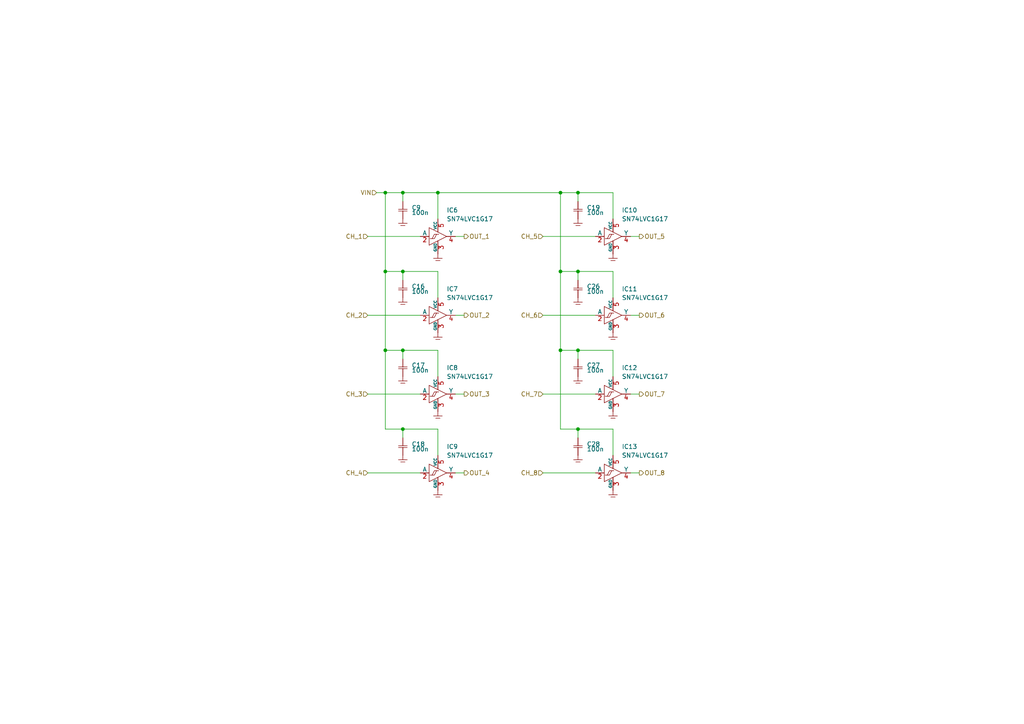
<source format=kicad_sch>
(kicad_sch (version 20230121) (generator eeschema)
  (paper "A4")
  (lib_symbols
    (symbol "generic:C" (pin_numbers hide) (pin_names (offset 0) hide)
      (property "Reference" "C" (at 2.54 0 0))
      (property "Value" "C" (at 2.54 -2.54 0))
      (symbol "C_0_1"
        (polyline (pts (xy -1.27 -0.254) (xy 1.27 -0.254)))
        (polyline (pts (xy 1.27 0.254) (xy -1.27 0.254)))
      )
      (symbol "C_1_1"
        (pin bidirectional line (at 0 2.54 270) (length 2.3114) (name "~") (number "1"))
        (pin bidirectional line (at 0 -2.54 90) (length 2.3114) (name "~") (number "2"))
      )
    )
    (symbol "generic:GND" (power) (pin_numbers hide) (pin_names (offset 0) hide)
      (symbol "GND_0_1"
        (polyline (pts (xy -1.27 -1.27) (xy 1.27 -1.27)))
        (polyline (pts (xy 0 -2.54) (xy 0 -2.54)))
        (polyline (pts (xy 0 -1.27) (xy 0 0)))
        (polyline (pts (xy 0.635 -1.905) (xy -0.635 -1.905)))
      )
      (symbol "GND_1_1"
        (pin power_in line (at 0 0 270) (length 2.54) hide (name "GND") (number "~"))
      )
    )
    (symbol "logic:SN74LVC1G17" (pin_names (offset 0))
      (property "Reference" "IC" (at 2.54 7.62 0))
      (property "Value" "SN74LVC1G17" (at 2.54 5.08 0))
      (symbol "SN74LVC1G17_0_1"
        (polyline (pts (xy -2.54 2.54) (xy -2.54 -2.54) (xy 2.54 0) (xy -2.54 2.54)))
        (polyline (pts (xy -2.286 -0.635) (xy -1.651 -0.635) (xy -1.016 0.635) (xy -0.381 0.635)))
        (polyline (pts (xy -1.651 -0.635) (xy -1.016 -0.635) (xy -0.381 0.635) (xy 0.254 0.635)))
      )
      (symbol "SN74LVC1G17_1_1"
        (pin input line (at -5.08 0 0) (length 2.54) (name "A") (number "2"))
        (pin power_out line (at 0 -5.08 90) (length 3.81) (name "GND") (number "3"))
        (pin output line (at 5.08 0 180) (length 2.54) (name "Y") (number "4"))
        (pin power_in line (at 0 5.08 270) (length 3.81) (name "VCC") (number "5"))
      )
    )
  )
  (junction (at 116.84 101.6))
  (junction (at 116.84 78.74))
  (junction (at 162.56 55.88))
  (junction (at 162.56 101.6))
  (junction (at 111.76 78.74))
  (junction (at 111.76 101.6))
  (junction (at 116.84 124.46))
  (junction (at 167.64 124.46))
  (junction (at 162.56 78.74))
  (junction (at 116.84 55.88))
  (junction (at 127 55.88))
  (junction (at 167.64 101.6))
  (junction (at 167.64 78.74))
  (junction (at 167.64 55.88))
  (junction (at 111.76 55.88))
  (wire (pts (xy 162.56 101.6) (xy 162.56 124.46)))
  (wire (pts (xy 185.42 114.3) (xy 182.88 114.3)))
  (wire (pts (xy 109.22 55.88) (xy 111.76 55.88)))
  (wire (pts (xy 106.68 68.58) (xy 121.92 68.58)))
  (wire (pts (xy 127 63.5) (xy 127 55.88)))
  (wire (pts (xy 167.64 78.74) (xy 177.8 78.74)))
  (wire (pts (xy 116.84 55.88) (xy 116.84 58.42)))
  (wire (pts (xy 177.8 132.08) (xy 177.8 124.46)))
  (wire (pts (xy 111.76 55.88) (xy 116.84 55.88)))
  (wire (pts (xy 111.76 124.46) (xy 111.76 101.6)))
  (wire (pts (xy 157.48 68.58) (xy 172.72 68.58)))
  (wire (pts (xy 167.64 124.46) (xy 167.64 127)))
  (wire (pts (xy 167.64 124.46) (xy 162.56 124.46)))
  (wire (pts (xy 116.84 78.74) (xy 116.84 81.28)))
  (wire (pts (xy 106.68 91.44) (xy 121.92 91.44)))
  (wire (pts (xy 116.84 124.46) (xy 111.76 124.46)))
  (wire (pts (xy 177.8 63.5) (xy 177.8 55.88)))
  (wire (pts (xy 157.48 91.44) (xy 172.72 91.44)))
  (wire (pts (xy 167.64 101.6) (xy 167.64 104.14)))
  (wire (pts (xy 116.84 101.6) (xy 116.84 104.14)))
  (wire (pts (xy 167.64 55.88) (xy 167.64 58.42)))
  (wire (pts (xy 111.76 78.74) (xy 111.76 55.88)))
  (wire (pts (xy 116.84 124.46) (xy 116.84 127)))
  (wire (pts (xy 134.62 91.44) (xy 132.08 91.44)))
  (wire (pts (xy 116.84 78.74) (xy 127 78.74)))
  (wire (pts (xy 134.62 137.16) (xy 132.08 137.16)))
  (wire (pts (xy 127 109.22) (xy 127 101.6)))
  (wire (pts (xy 111.76 101.6) (xy 111.76 78.74)))
  (wire (pts (xy 167.64 55.88) (xy 177.8 55.88)))
  (wire (pts (xy 162.56 55.88) (xy 162.56 78.74)))
  (wire (pts (xy 167.64 124.46) (xy 177.8 124.46)))
  (wire (pts (xy 162.56 101.6) (xy 167.64 101.6)))
  (wire (pts (xy 167.64 78.74) (xy 167.64 81.28)))
  (wire (pts (xy 162.56 78.74) (xy 167.64 78.74)))
  (wire (pts (xy 157.48 114.3) (xy 172.72 114.3)))
  (wire (pts (xy 185.42 137.16) (xy 182.88 137.16)))
  (wire (pts (xy 106.68 114.3) (xy 121.92 114.3)))
  (wire (pts (xy 167.64 101.6) (xy 177.8 101.6)))
  (wire (pts (xy 116.84 78.74) (xy 111.76 78.74)))
  (wire (pts (xy 177.8 109.22) (xy 177.8 101.6)))
  (wire (pts (xy 116.84 55.88) (xy 127 55.88)))
  (wire (pts (xy 106.68 137.16) (xy 121.92 137.16)))
  (wire (pts (xy 162.56 55.88) (xy 167.64 55.88)))
  (wire (pts (xy 177.8 86.36) (xy 177.8 78.74)))
  (wire (pts (xy 157.48 137.16) (xy 172.72 137.16)))
  (wire (pts (xy 127 86.36) (xy 127 78.74)))
  (wire (pts (xy 162.56 78.74) (xy 162.56 101.6)))
  (wire (pts (xy 134.62 68.58) (xy 132.08 68.58)))
  (wire (pts (xy 116.84 101.6) (xy 127 101.6)))
  (wire (pts (xy 185.42 68.58) (xy 182.88 68.58)))
  (wire (pts (xy 116.84 124.46) (xy 127 124.46)))
  (wire (pts (xy 185.42 91.44) (xy 182.88 91.44)))
  (wire (pts (xy 127 132.08) (xy 127 124.46)))
  (wire (pts (xy 127 55.88) (xy 162.56 55.88)))
  (wire (pts (xy 134.62 114.3) (xy 132.08 114.3)))
  (wire (pts (xy 111.76 101.6) (xy 116.84 101.6)))
  (hierarchical_label "CH_5" (shape input) (at 157.48 68.58 180))
  (hierarchical_label "CH_1" (shape input) (at 106.68 68.58 180))
  (hierarchical_label "OUT_6" (shape output) (at 185.42 91.44 0))
  (hierarchical_label "OUT_5" (shape output) (at 185.42 68.58 0))
  (hierarchical_label "CH_8" (shape input) (at 157.48 137.16 180))
  (hierarchical_label "OUT_8" (shape output) (at 185.42 137.16 0))
  (hierarchical_label "OUT_4" (shape output) (at 134.62 137.16 0))
  (hierarchical_label "OUT_1" (shape output) (at 134.62 68.58 0))
  (hierarchical_label "OUT_7" (shape output) (at 185.42 114.3 0))
  (hierarchical_label "CH_7" (shape input) (at 157.48 114.3 180))
  (hierarchical_label "CH_2" (shape input) (at 106.68 91.44 180))
  (hierarchical_label "CH_4" (shape input) (at 106.68 137.16 180))
  (hierarchical_label "CH_6" (shape input) (at 157.48 91.44 180))
  (hierarchical_label "CH_3" (shape input) (at 106.68 114.3 180))
  (hierarchical_label "OUT_3" (shape output) (at 134.62 114.3 0))
  (hierarchical_label "OUT_2" (shape output) (at 134.62 91.44 0))
  (hierarchical_label "VIN" (shape input) (at 109.22 55.88 180))
  (symbol (lib_id "logic:SN74LVC1G17") (at 177.8 114.3 0) (unit 1)
    (property "Reference" "IC12" (at 180.34 106.68 0) (effects (justify left)))
    (property "Value" "SN74LVC1G17" (at 180.34 109.22 0) (effects (justify left)))
    (property "Footprint" "sc70:SC70-5L" (effects hide))
    (property "Datasheet" "https://www.ti.com/lit/ds/symlink/sn74lvc1g17.pdf" (effects hide))
    (instances (project "pcb" (path "" (reference "IC12") (unit 1)) (path "" (reference "IC20") (unit 1))))
  )
  (symbol (lib_id "logic:SN74LVC1G17") (at 127 114.3 0) (unit 1)
    (property "Reference" "IC8" (at 129.54 106.68 0) (effects (justify left)))
    (property "Value" "SN74LVC1G17" (at 129.54 109.22 0) (effects (justify left)))
    (property "Footprint" "sc70:SC70-5L" (effects hide))
    (property "Datasheet" "https://www.ti.com/lit/ds/symlink/sn74lvc1g17.pdf" (effects hide))
    (instances (project "pcb" (path "" (reference "IC8") (unit 1)) (path "" (reference "IC16") (unit 1))))
  )
  (symbol (lib_id "generic:C") (at 116.84 60.96 180) (unit 1)
    (property "Reference" "C9" (at 119.38 60.96 0) (effects (justify right top)))
    (property "Value" "100n" (at 119.38 60.96 0) (effects (justify right bottom)))
    (property "Footprint" "SMT:0603" (effects hide))
    (instances (project "pcb" (path "" (reference "C9") (unit 1)) (path "" (reference "C29") (unit 1))))
  )
  (symbol (lib_id "generic:GND") (at 127 96.52 0) (unit 1)
    (property "Reference" "#GND038" (effects hide))
    (property "Value" "GND" (effects hide))
    (instances (project "pcb" (path "" (reference "#GND038") (unit 1)) (path "" (reference "#GND056") (unit 1))))
  )
  (symbol (lib_id "generic:GND") (at 116.84 86.36 0) (unit 1)
    (property "Reference" "#GND037" (effects hide))
    (property "Value" "GND" (effects hide))
    (instances (project "pcb" (path "" (reference "#GND037") (unit 1)) (path "" (reference "#GND052") (unit 1))))
  )
  (symbol (lib_id "logic:SN74LVC1G17") (at 127 91.44 0) (unit 1)
    (property "Reference" "IC7" (at 129.54 83.82 0) (effects (justify left)))
    (property "Value" "SN74LVC1G17" (at 129.54 86.36 0) (effects (justify left)))
    (property "Footprint" "sc70:SC70-5L" (effects hide))
    (property "Datasheet" "https://www.ti.com/lit/ds/symlink/sn74lvc1g17.pdf" (effects hide))
    (instances (project "pcb" (path "" (reference "IC7") (unit 1)) (path "" (reference "IC15") (unit 1))))
  )
  (symbol (lib_id "generic:GND") (at 177.8 96.52 0) (unit 1)
    (property "Reference" "#GND048" (effects hide))
    (property "Value" "GND" (effects hide))
    (instances (project "pcb" (path "" (reference "#GND048") (unit 1)) (path "" (reference "#GND064") (unit 1))))
  )
  (symbol (lib_id "generic:GND") (at 167.64 132.08 0) (unit 1)
    (property "Reference" "#GND046" (effects hide))
    (property "Value" "GND" (effects hide))
    (instances (project "pcb" (path "" (reference "#GND046") (unit 1)) (path "" (reference "#GND062") (unit 1))))
  )
  (symbol (lib_id "generic:GND") (at 167.64 86.36 0) (unit 1)
    (property "Reference" "#GND044" (effects hide))
    (property "Value" "GND" (effects hide))
    (instances (project "pcb" (path "" (reference "#GND044") (unit 1)) (path "" (reference "#GND060") (unit 1))))
  )
  (symbol (lib_id "generic:GND") (at 177.8 119.38 0) (unit 1)
    (property "Reference" "#GND049" (effects hide))
    (property "Value" "GND" (effects hide))
    (instances (project "pcb" (path "" (reference "#GND049") (unit 1)) (path "" (reference "#GND065") (unit 1))))
  )
  (symbol (lib_id "generic:GND") (at 116.84 132.08 0) (unit 1)
    (property "Reference" "#GND041" (effects hide))
    (property "Value" "GND" (effects hide))
    (instances (project "pcb" (path "" (reference "#GND041") (unit 1)) (path "" (reference "#GND054") (unit 1))))
  )
  (symbol (lib_id "generic:GND") (at 167.64 63.5 0) (unit 1)
    (property "Reference" "#GND043" (effects hide))
    (property "Value" "GND" (effects hide))
    (instances (project "pcb" (path "" (reference "#GND043") (unit 1)) (path "" (reference "#GND059") (unit 1))))
  )
  (symbol (lib_id "generic:GND") (at 127 142.24 0) (unit 1)
    (property "Reference" "#GND042" (effects hide))
    (property "Value" "GND" (effects hide))
    (instances (project "pcb" (path "" (reference "#GND042") (unit 1)) (path "" (reference "#GND058") (unit 1))))
  )
  (symbol (lib_id "generic:GND") (at 116.84 109.22 0) (unit 1)
    (property "Reference" "#GND039" (effects hide))
    (property "Value" "GND" (effects hide))
    (instances (project "pcb" (path "" (reference "#GND039") (unit 1)) (path "" (reference "#GND053") (unit 1))))
  )
  (symbol (lib_id "logic:SN74LVC1G17") (at 177.8 91.44 0) (unit 1)
    (property "Reference" "IC11" (at 180.34 83.82 0) (effects (justify left)))
    (property "Value" "SN74LVC1G17" (at 180.34 86.36 0) (effects (justify left)))
    (property "Footprint" "sc70:SC70-5L" (effects hide))
    (property "Datasheet" "https://www.ti.com/lit/ds/symlink/sn74lvc1g17.pdf" (effects hide))
    (instances (project "pcb" (path "" (reference "IC11") (unit 1)) (path "" (reference "IC19") (unit 1))))
  )
  (symbol (lib_id "logic:SN74LVC1G17") (at 127 137.16 0) (unit 1)
    (property "Reference" "IC9" (at 129.54 129.54 0) (effects (justify left)))
    (property "Value" "SN74LVC1G17" (at 129.54 132.08 0) (effects (justify left)))
    (property "Footprint" "sc70:SC70-5L" (effects hide))
    (property "Datasheet" "https://www.ti.com/lit/ds/symlink/sn74lvc1g17.pdf" (effects hide))
    (instances (project "pcb" (path "" (reference "IC9") (unit 1)) (path "" (reference "IC17") (unit 1))))
  )
  (symbol (lib_id "generic:GND") (at 127 73.66 0) (unit 1)
    (property "Reference" "#GND034" (effects hide))
    (property "Value" "GND" (effects hide))
    (instances (project "pcb" (path "" (reference "#GND034") (unit 1)) (path "" (reference "#GND055") (unit 1))))
  )
  (symbol (lib_id "generic:GND") (at 167.64 109.22 0) (unit 1)
    (property "Reference" "#GND045" (effects hide))
    (property "Value" "GND" (effects hide))
    (instances (project "pcb" (path "" (reference "#GND045") (unit 1)) (path "" (reference "#GND061") (unit 1))))
  )
  (symbol (lib_id "logic:SN74LVC1G17") (at 177.8 68.58 0) (unit 1)
    (property "Reference" "IC10" (at 180.34 60.96 0) (effects (justify left)))
    (property "Value" "SN74LVC1G17" (at 180.34 63.5 0) (effects (justify left)))
    (property "Footprint" "sc70:SC70-5L" (effects hide))
    (property "Datasheet" "https://www.ti.com/lit/ds/symlink/sn74lvc1g17.pdf" (effects hide))
    (instances (project "pcb" (path "" (reference "IC10") (unit 1)) (path "" (reference "IC18") (unit 1))))
  )
  (symbol (lib_id "generic:C") (at 116.84 129.54 180) (unit 1)
    (property "Reference" "C18" (at 119.38 129.54 0) (effects (justify right top)))
    (property "Value" "100n" (at 119.38 129.54 0) (effects (justify right bottom)))
    (property "Footprint" "SMT:0603" (effects hide))
    (instances (project "pcb" (path "" (reference "C18") (unit 1)) (path "" (reference "C32") (unit 1))))
  )
  (symbol (lib_id "generic:C") (at 167.64 60.96 180) (unit 1)
    (property "Reference" "C19" (at 170.18 60.96 0) (effects (justify right top)))
    (property "Value" "100n" (at 170.18 60.96 0) (effects (justify right bottom)))
    (property "Footprint" "SMT:0603" (effects hide))
    (instances (project "pcb" (path "" (reference "C19") (unit 1)) (path "" (reference "C33") (unit 1))))
  )
  (symbol (lib_id "generic:GND") (at 127 119.38 0) (unit 1)
    (property "Reference" "#GND040" (effects hide))
    (property "Value" "GND" (effects hide))
    (instances (project "pcb" (path "" (reference "#GND040") (unit 1)) (path "" (reference "#GND057") (unit 1))))
  )
  (symbol (lib_id "generic:GND") (at 177.8 142.24 0) (unit 1)
    (property "Reference" "#GND050" (effects hide))
    (property "Value" "GND" (effects hide))
    (instances (project "pcb" (path "" (reference "#GND050") (unit 1)) (path "" (reference "#GND066") (unit 1))))
  )
  (symbol (lib_id "logic:SN74LVC1G17") (at 127 68.58 0) (unit 1)
    (property "Reference" "IC6" (at 129.54 60.96 0) (effects (justify left)))
    (property "Value" "SN74LVC1G17" (at 129.54 63.5 0) (effects (justify left)))
    (property "Footprint" "sc70:SC70-5L" (effects hide))
    (property "Datasheet" "https://www.ti.com/lit/ds/symlink/sn74lvc1g17.pdf" (effects hide))
    (instances (project "pcb" (path "" (reference "IC6") (unit 1)) (path "" (reference "IC14") (unit 1))))
  )
  (symbol (lib_id "generic:GND") (at 177.8 73.66 0) (unit 1)
    (property "Reference" "#GND047" (effects hide))
    (property "Value" "GND" (effects hide))
    (instances (project "pcb" (path "" (reference "#GND047") (unit 1)) (path "" (reference "#GND063") (unit 1))))
  )
  (symbol (lib_id "generic:GND") (at 116.84 63.5 0) (unit 1)
    (property "Reference" "#GND023" (effects hide))
    (property "Value" "GND" (effects hide))
    (instances (project "pcb" (path "" (reference "#GND023") (unit 1)) (path "" (reference "#GND051") (unit 1))))
  )
  (symbol (lib_id "generic:C") (at 116.84 106.68 180) (unit 1)
    (property "Reference" "C17" (at 119.38 106.68 0) (effects (justify right top)))
    (property "Value" "100n" (at 119.38 106.68 0) (effects (justify right bottom)))
    (property "Footprint" "SMT:0603" (effects hide))
    (instances (project "pcb" (path "" (reference "C17") (unit 1)) (path "" (reference "C31") (unit 1))))
  )
  (symbol (lib_id "generic:C") (at 116.84 83.82 180) (unit 1)
    (property "Reference" "C16" (at 119.38 83.82 0) (effects (justify right top)))
    (property "Value" "100n" (at 119.38 83.82 0) (effects (justify right bottom)))
    (property "Footprint" "SMT:0603" (effects hide))
    (instances (project "pcb" (path "" (reference "C16") (unit 1)) (path "" (reference "C30") (unit 1))))
  )
  (symbol (lib_id "generic:C") (at 167.64 129.54 180) (unit 1)
    (property "Reference" "C28" (at 170.18 129.54 0) (effects (justify right top)))
    (property "Value" "100n" (at 170.18 129.54 0) (effects (justify right bottom)))
    (property "Footprint" "SMT:0603" (effects hide))
    (instances (project "pcb" (path "" (reference "C28") (unit 1)) (path "" (reference "C36") (unit 1))))
  )
  (symbol (lib_id "logic:SN74LVC1G17") (at 177.8 137.16 0) (unit 1)
    (property "Reference" "IC13" (at 180.34 129.54 0) (effects (justify left)))
    (property "Value" "SN74LVC1G17" (at 180.34 132.08 0) (effects (justify left)))
    (property "Footprint" "sc70:SC70-5L" (effects hide))
    (property "Datasheet" "https://www.ti.com/lit/ds/symlink/sn74lvc1g17.pdf" (effects hide))
    (instances (project "pcb" (path "" (reference "IC13") (unit 1)) (path "" (reference "IC21") (unit 1))))
  )
  (symbol (lib_id "generic:C") (at 167.64 106.68 180) (unit 1)
    (property "Reference" "C27" (at 170.18 106.68 0) (effects (justify right top)))
    (property "Value" "100n" (at 170.18 106.68 0) (effects (justify right bottom)))
    (property "Footprint" "SMT:0603" (effects hide))
    (instances (project "pcb" (path "" (reference "C27") (unit 1)) (path "" (reference "C35") (unit 1))))
  )
  (symbol (lib_id "generic:C") (at 167.64 83.82 180) (unit 1)
    (property "Reference" "C26" (at 170.18 83.82 0) (effects (justify right top)))
    (property "Value" "100n" (at 170.18 83.82 0) (effects (justify right bottom)))
    (property "Footprint" "SMT:0603" (effects hide))
    (instances (project "pcb" (path "" (reference "C26") (unit 1)) (path "" (reference "C34") (unit 1))))
  )
)
</source>
